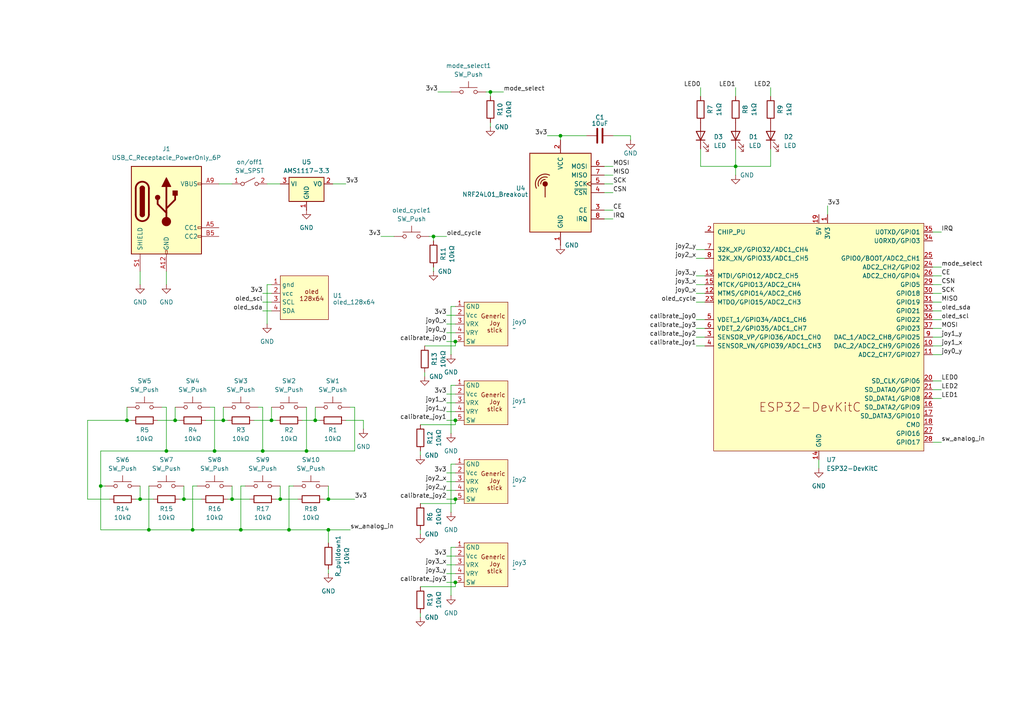
<source format=kicad_sch>
(kicad_sch (version 20231120) (generator "eeschema") (generator_version "8.0")
  (paper "A4")
  (lib_symbols
    (symbol "Connector:USB_C_Receptacle_PowerOnly_6P" (pin_names (offset 1.016))
      (property "Reference" "J" (at 0 16.51 0))
      (property "Value" "USB_C_Receptacle_PowerOnly_6P" (at 0 13.97 0))
      (symbol "USB_C_Receptacle_PowerOnly_6P_0_0"
        (rectangle (start -0.254 -12.7) (end 0.254 -11.684))
        (rectangle (start 10.16 -7.366) (end 9.144 -7.874))
        (rectangle (start 10.16 -4.826) (end 9.144 -5.334))
        (rectangle (start 10.16 7.874) (end 9.144 7.366))
      )
      (symbol "USB_C_Receptacle_PowerOnly_6P_0_1"
        (rectangle (start -10.16 12.7) (end 10.16 -12.7) (stroke (width 0.254)) (fill (type background)))
        (arc (start -8.89 -1.27) (mid -6.985 -3.1667) (end -5.08 -1.27) (stroke (width 0.508)))
        (arc (start -7.62 -1.27) (mid -6.985 -1.9023) (end -6.35 -1.27) (stroke (width 0.254)))
        (arc (start -7.62 -1.27) (mid -6.985 -1.9023) (end -6.35 -1.27) (stroke (width 0.254)) (fill (type outline)))
        (rectangle (start -7.62 -1.27) (end -6.35 6.35) (stroke (width 0.254)) (fill (type outline)))
        (arc (start -6.35 6.35) (mid -6.985 6.9823) (end -7.62 6.35) (stroke (width 0.254)))
        (arc (start -6.35 6.35) (mid -6.985 6.9823) (end -7.62 6.35) (stroke (width 0.254)) (fill (type outline)))
        (arc (start -5.08 6.35) (mid -6.985 8.2467) (end -8.89 6.35) (stroke (width 0.508)))
        (circle (center -2.54 3.683) (radius 0.635) (stroke (width 0.254)) (fill (type outline)))
        (circle (center 0 -3.302) (radius 1.27) (fill (type outline)))
        (polyline (pts (xy -8.89 -1.27) (xy -8.89 6.35)) (stroke (width 0.508)))
        (polyline (pts (xy -5.08 6.35) (xy -5.08 -1.27)) (stroke (width 0.508)))
        (polyline (pts (xy 0 -3.302) (xy 0 6.858)) (stroke (width 0.508)))
        (polyline (pts (xy 0 -0.762) (xy -2.54 1.778) (xy -2.54 3.048)) (stroke (width 0.508)))
        (polyline (pts (xy 0 0.508) (xy 2.54 3.048) (xy 2.54 4.318)) (stroke (width 0.508)))
        (polyline (pts (xy -1.27 6.858) (xy 0 9.398) (xy 1.27 6.858) (xy -1.27 6.858)) (stroke (width 0.254)) (fill (type outline)))
        (rectangle (start 1.905 4.318) (end 3.175 5.588) (stroke (width 0.254)) (fill (type outline)))
      )
      (symbol "USB_C_Receptacle_PowerOnly_6P_1_1"
        (pin passive line (at 0 -17.78 90) (length 5.08) (name "GND") (number "A12"))
        (pin bidirectional line (at 15.24 -5.08 180) (length 5.08) (name "CC1") (number "A5"))
        (pin passive line (at 15.24 7.62 180) (length 5.08) (name "VBUS") (number "A9"))
        (pin passive line (at 0 -17.78 90) (length 5.08) hide (name "GND") (number "B12"))
        (pin bidirectional line (at 15.24 -7.62 180) (length 5.08) (name "CC2") (number "B5"))
        (pin passive line (at 15.24 7.62 180) (length 5.08) hide (name "VBUS") (number "B9"))
        (pin passive line (at -7.62 -17.78 90) (length 5.08) (name "SHIELD") (number "S1"))
      )
    )
    (symbol "Device:C" (pin_numbers hide) (pin_names (offset 0.254))
      (property "Reference" "C" (at 0.635 2.54 0))
      (property "Value" "C" (at 0.635 -2.54 0))
      (symbol "C_0_1"
        (polyline (pts (xy -2.032 -0.762) (xy 2.032 -0.762)) (stroke (width 0.508)))
        (polyline (pts (xy -2.032 0.762) (xy 2.032 0.762)) (stroke (width 0.508)))
      )
      (symbol "C_1_1"
        (pin passive line (at 0 3.81 270) (length 2.794) (name "~") (number "1"))
        (pin passive line (at 0 -3.81 90) (length 2.794) (name "~") (number "2"))
      )
    )
    (symbol "Device:LED" (pin_numbers hide) (pin_names (offset 1.016) hide)
      (property "Reference" "D" (at 0 2.54 0))
      (property "Value" "LED" (at 0 -2.54 0))
      (symbol "LED_0_1"
        (polyline (pts (xy -1.27 -1.27) (xy -1.27 1.27)) (stroke (width 0.254)))
        (polyline (pts (xy -1.27 0) (xy 1.27 0)))
        (polyline (pts (xy 1.27 -1.27) (xy 1.27 1.27) (xy -1.27 0) (xy 1.27 -1.27)) (stroke (width 0.254)))
        (polyline (pts (xy -3.048 -0.762) (xy -4.572 -2.286) (xy -3.81 -2.286) (xy -4.572 -2.286) (xy -4.572 -1.524)))
        (polyline (pts (xy -1.778 -0.762) (xy -3.302 -2.286) (xy -2.54 -2.286) (xy -3.302 -2.286) (xy -3.302 -1.524)))
      )
      (symbol "LED_1_1"
        (pin passive line (at -3.81 0 0) (length 2.54) (name "K") (number "1"))
        (pin passive line (at 3.81 0 180) (length 2.54) (name "A") (number "2"))
      )
    )
    (symbol "Device:R" (pin_numbers hide) (pin_names (offset 0))
      (property "Reference" "R" (at 2.032 0 90))
      (property "Value" "R" (at 0 0 90))
      (symbol "R_0_1"
        (rectangle (start -1.016 -2.54) (end 1.016 2.54) (stroke (width 0.254)))
      )
      (symbol "R_1_1"
        (pin passive line (at 0 3.81 270) (length 1.27) (name "~") (number "1"))
        (pin passive line (at 0 -3.81 90) (length 1.27) (name "~") (number "2"))
      )
    )
    (symbol "PCM_Espressif:ESP32-DevKitC" (pin_names (offset 1.016))
      (property "Reference" "U" (at -30.48 38.1 0))
      (property "Value" "ESP32-DevKitC" (at -30.48 35.56 0))
      (symbol "ESP32-DevKitC_0_0"
        (text "ESP32-DevKitC" (at -2.54 -20.32 0) (effects (font (size 2.54 2.54))))
        (pin power_in line (at 0 -35.56 90) (length 2.54) (name "GND") (number "14"))
        (pin power_in line (at 0 35.56 270) (length 2.54) (name "5V") (number "19"))
      )
      (symbol "ESP32-DevKitC_0_1"
        (rectangle (start -30.48 33.02) (end 30.48 -33.02) (fill (type background)))
      )
      (symbol "ESP32-DevKitC_1_1"
        (pin power_in line (at 2.54 35.56 270) (length 2.54) (name "3V3") (number "1"))
        (pin bidirectional line (at 33.02 -2.54 180) (length 2.54) (name "DAC_2/ADC2_CH9/GPIO26") (number "10"))
        (pin bidirectional line (at 33.02 -5.08 180) (length 2.54) (name "ADC2_CH7/GPIO27") (number "11"))
        (pin bidirectional line (at -33.02 12.7 0) (length 2.54) (name "MTMS/GPIO14/ADC2_CH6") (number "12"))
        (pin bidirectional line (at -33.02 17.78 0) (length 2.54) (name "MTDI/GPIO12/ADC2_CH5") (number "13"))
        (pin bidirectional line (at -33.02 15.24 0) (length 2.54) (name "MTCK/GPIO13/ADC2_CH4") (number "15"))
        (pin bidirectional line (at 33.02 -20.32 180) (length 2.54) (name "SD_DATA2/GPIO9") (number "16"))
        (pin bidirectional line (at 33.02 -22.86 180) (length 2.54) (name "SD_DATA3/GPIO10") (number "17"))
        (pin bidirectional line (at 33.02 -25.4 180) (length 2.54) (name "CMD") (number "18"))
        (pin input line (at -33.02 30.48 0) (length 2.54) (name "CHIP_PU") (number "2"))
        (pin bidirectional line (at 33.02 -12.7 180) (length 2.54) (name "SD_CLK/GPIO6") (number "20"))
        (pin bidirectional line (at 33.02 -15.24 180) (length 2.54) (name "SD_DATA0/GPIO7") (number "21"))
        (pin bidirectional line (at 33.02 -17.78 180) (length 2.54) (name "SD_DATA1/GPIO8") (number "22"))
        (pin bidirectional line (at -33.02 10.16 0) (length 2.54) (name "MTDO/GPIO15/ADC2_CH3") (number "23"))
        (pin bidirectional line (at 33.02 20.32 180) (length 2.54) (name "ADC2_CH2/GPIO2") (number "24"))
        (pin bidirectional line (at 33.02 22.86 180) (length 2.54) (name "GPIO0/BOOT/ADC2_CH1") (number "25"))
        (pin bidirectional line (at 33.02 17.78 180) (length 2.54) (name "ADC2_CH0/GPIO4") (number "26"))
        (pin bidirectional line (at 33.02 -27.94 180) (length 2.54) (name "GPIO16") (number "27"))
        (pin bidirectional line (at 33.02 -30.48 180) (length 2.54) (name "GPIO17") (number "28"))
        (pin bidirectional line (at 33.02 15.24 180) (length 2.54) (name "GPIO5") (number "29"))
        (pin input line (at -33.02 0 0) (length 2.54) (name "SENSOR_VP/GPIO36/ADC1_CH0") (number "3"))
        (pin bidirectional line (at 33.02 12.7 180) (length 2.54) (name "GPIO18") (number "30"))
        (pin bidirectional line (at 33.02 10.16 180) (length 2.54) (name "GPIO19") (number "31"))
        (pin passive line (at 0 -35.56 90) (length 2.54) hide (name "GND") (number "32"))
        (pin bidirectional line (at 33.02 7.62 180) (length 2.54) (name "GPIO21") (number "33"))
        (pin bidirectional line (at 33.02 27.94 180) (length 2.54) (name "U0RXD/GPIO3") (number "34"))
        (pin bidirectional line (at 33.02 30.48 180) (length 2.54) (name "U0TXD/GPIO1") (number "35"))
        (pin bidirectional line (at 33.02 5.08 180) (length 2.54) (name "GPIO22") (number "36"))
        (pin bidirectional line (at 33.02 2.54 180) (length 2.54) (name "GPIO23") (number "37"))
        (pin passive line (at 0 -35.56 90) (length 2.54) hide (name "GND") (number "38"))
        (pin input line (at -33.02 -2.54 0) (length 2.54) (name "SENSOR_VN/GPIO39/ADC1_CH3") (number "4"))
        (pin input line (at -33.02 5.08 0) (length 2.54) (name "VDET_1/GPIO34/ADC1_CH6") (number "5"))
        (pin input line (at -33.02 2.54 0) (length 2.54) (name "VDET_2/GPIO35/ADC1_CH7") (number "6"))
        (pin bidirectional line (at -33.02 25.4 0) (length 2.54) (name "32K_XP/GPIO32/ADC1_CH4") (number "7"))
        (pin bidirectional line (at -33.02 22.86 0) (length 2.54) (name "32K_XN/GPIO33/ADC1_CH5") (number "8"))
        (pin bidirectional line (at 33.02 0 180) (length 2.54) (name "DAC_1/ADC2_CH8/GPIO25") (number "9"))
      )
    )
    (symbol "RF:NRF24L01_Breakout" (pin_names (offset 1.016))
      (property "Reference" "U" (at -8.89 12.7 0))
      (property "Value" "NRF24L01_Breakout" (at 3.81 12.7 0))
      (symbol "NRF24L01_Breakout_0_1"
        (rectangle (start -8.89 11.43) (end 8.89 -11.43) (stroke (width 0.254)) (fill (type background)))
        (polyline (pts (xy 4.445 1.905) (xy 4.445 -1.27)) (stroke (width 0.254)))
        (circle (center 4.445 2.54) (radius 0.635) (stroke (width 0.254)) (fill (type outline)))
        (arc (start 5.715 2.54) (mid 5.3521 3.4546) (end 4.445 3.81) (stroke (width 0.254)))
        (arc (start 6.35 1.905) (mid 5.8763 3.9854) (end 3.81 4.445) (stroke (width 0.254)))
        (arc (start 6.985 1.27) (mid 6.453 4.548) (end 3.175 5.08) (stroke (width 0.254)))
      )
      (symbol "NRF24L01_Breakout_1_1"
        (pin power_in line (at 0 -15.24 90) (length 3.81) (name "GND") (number "1"))
        (pin power_in line (at 0 15.24 270) (length 3.81) (name "VCC") (number "2"))
        (pin input line (at -12.7 -5.08 0) (length 3.81) (name "CE") (number "3"))
        (pin input line (at -12.7 0 0) (length 3.81) (name "~{CSN}") (number "4"))
        (pin input clock (at -12.7 2.54 0) (length 3.81) (name "SCK") (number "5"))
        (pin input line (at -12.7 7.62 0) (length 3.81) (name "MOSI") (number "6"))
        (pin output line (at -12.7 5.08 0) (length 3.81) (name "MISO") (number "7"))
        (pin output line (at -12.7 -7.62 0) (length 3.81) (name "IRQ") (number "8"))
      )
    )
    (symbol "Regulator_Linear:AMS1117-3.3"
      (property "Reference" "U" (at -3.81 3.175 0))
      (property "Value" "AMS1117-3.3" (at 0 3.175 0))
      (symbol "AMS1117-3.3_0_1"
        (rectangle (start -5.08 -5.08) (end 5.08 1.905) (stroke (width 0.254)) (fill (type background)))
      )
      (symbol "AMS1117-3.3_1_1"
        (pin power_in line (at 0 -7.62 90) (length 2.54) (name "GND") (number "1"))
        (pin power_out line (at 7.62 0 180) (length 2.54) (name "VO") (number "2"))
        (pin power_in line (at -7.62 0 0) (length 2.54) (name "VI") (number "3"))
      )
    )
    (symbol "Switch:SW_Push" (pin_numbers hide) (pin_names (offset 1.016) hide)
      (property "Reference" "SW" (at 1.27 2.54 0))
      (property "Value" "SW_Push" (at 0 -1.524 0))
      (symbol "SW_Push_0_1"
        (circle (center -2.032 0) (radius 0.508))
        (polyline (pts (xy 0 1.27) (xy 0 3.048)))
        (polyline (pts (xy 2.54 1.27) (xy -2.54 1.27)))
        (circle (center 2.032 0) (radius 0.508))
        (pin passive line (at -5.08 0 0) (length 2.54) (name "1") (number "1"))
        (pin passive line (at 5.08 0 180) (length 2.54) (name "2") (number "2"))
      )
    )
    (symbol "Switch:SW_SPST" (pin_names (offset 0) hide)
      (property "Reference" "SW" (at 0 3.175 0))
      (property "Value" "SW_SPST" (at 0 -2.54 0))
      (symbol "SW_SPST_0_0"
        (circle (center -2.032 0) (radius 0.508))
        (polyline (pts (xy -1.524 0.254) (xy 1.524 1.778)))
        (circle (center 2.032 0) (radius 0.508))
      )
      (symbol "SW_SPST_1_1"
        (pin passive line (at -5.08 0 0) (length 2.54) (name "A") (number "1"))
        (pin passive line (at 5.08 0 180) (length 2.54) (name "B") (number "2"))
      )
    )
    (symbol "custom_lib:Generic_Joystick"
      (property "Reference" "U" (at 0 0 0))
      (symbol "Generic_Joystick_1_1"
        (rectangle (start 2.54 6.35) (end 15.24 -6.35) (fill (type background)))
        (text "Generic \nJoy\nstick\n" (at 11.43 0.254 0) (effects (font (size 1.27 1.27))))
        (pin power_in line (at 0 5.08 0) (length 2.54) (name "GND") (number "1"))
        (pin power_in line (at 0 2.54 0) (length 2.54) (name "Vcc") (number "2"))
        (pin bidirectional line (at 0 0 0) (length 2.54) (name "VRX") (number "3"))
        (pin bidirectional line (at 0 -2.54 0) (length 2.54) (name "VRY") (number "4"))
        (pin bidirectional line (at 0 -5.08 0) (length 2.54) (name "SW") (number "5"))
      )
    )
    (symbol "custom_lib:oled_display_128x64"
      (property "Reference" "U" (at 0 0 0))
      (symbol "oled_display_128x64_1_1"
        (rectangle (start 2.54 6.35) (end 16.51 -6.35) (fill (type background)))
        (text "oled\n128x64\n" (at 11.684 0.762 0) (effects (font (size 1.27 1.27))))
        (pin power_in line (at 0 3.81 0) (length 2.54) (name "gnd") (number "1"))
        (pin power_in line (at 0 1.27 0) (length 2.54) (name "vcc") (number "2"))
        (pin bidirectional line (at 0 -1.27 0) (length 2.54) (name "SCL") (number "3"))
        (pin bidirectional line (at 0 -3.81 0) (length 2.54) (name "SDA") (number "4"))
      )
    )
    (symbol "power:GND" (power) (pin_numbers hide) (pin_names (offset 0) hide)
      (property "Value" "GND" (at 0 -3.81 0))
      (symbol "GND_0_1"
        (polyline (pts (xy 0 0) (xy 0 -1.27) (xy 1.27 -1.27) (xy 0 -2.54) (xy -1.27 -1.27) (xy 0 -1.27)))
      )
      (symbol "GND_1_1"
        (pin power_in line (at 0 0 270) (length 0) (name "~") (number "1"))
      )
    )
  )
  (junction (at 132.08 99.06))
  (junction (at 95.25 153.67))
  (junction (at 78.74 121.92))
  (junction (at 132.08 168.91))
  (junction (at 40.64 144.78))
  (junction (at 83.82 153.67))
  (junction (at 95.25 144.78))
  (junction (at 91.44 121.92))
  (junction (at 213.36 48.26))
  (junction (at 132.08 121.92))
  (junction (at 50.8 121.92))
  (junction (at 69.85 153.67))
  (junction (at 76.2 130.81))
  (junction (at 48.26 130.81))
  (junction (at 67.31 144.78))
  (junction (at 81.28 144.78))
  (junction (at 29.21 140.97))
  (junction (at 132.08 144.78))
  (junction (at 88.9 130.81))
  (junction (at 53.34 144.78))
  (junction (at 125.73 68.58))
  (junction (at 64.77 121.92))
  (junction (at 142.24 26.67))
  (junction (at 43.18 153.67))
  (junction (at 62.23 130.81))
  (junction (at 162.56 39.37))
  (junction (at 55.88 153.67))
  (junction (at 36.83 121.92))
  (wire (pts (xy 130.81 134.62) (xy 130.81 148.59)))
  (wire (pts (xy 80.01 144.78) (xy 81.28 144.78)))
  (wire (pts (xy 102.87 118.11) (xy 101.6 118.11)))
  (wire (pts (xy 273.05 92.71) (xy 270.51 92.71)))
  (wire (pts (xy 55.88 140.97) (xy 55.88 153.67)))
  (wire (pts (xy 93.98 144.78) (xy 95.25 144.78)))
  (wire (pts (xy 125.73 69.85) (xy 125.73 68.58)))
  (wire (pts (xy 121.92 170.18) (xy 132.08 170.18)))
  (wire (pts (xy 223.52 43.18) (xy 223.52 48.26)))
  (wire (pts (xy 270.51 115.57) (xy 273.05 115.57)))
  (wire (pts (xy 162.56 39.37) (xy 162.56 40.64)))
  (wire (pts (xy 142.24 27.94) (xy 142.24 26.67)))
  (wire (pts (xy 240.03 59.69) (xy 240.03 62.23)))
  (wire (pts (xy 201.93 74.93) (xy 204.47 74.93)))
  (wire (pts (xy 67.31 144.78) (xy 72.39 144.78)))
  (wire (pts (xy 121.92 146.05) (xy 132.08 146.05)))
  (wire (pts (xy 29.21 130.81) (xy 29.21 140.97)))
  (wire (pts (xy 78.74 121.92) (xy 78.74 118.11)))
  (wire (pts (xy 43.18 140.97) (xy 43.18 153.67)))
  (wire (pts (xy 52.07 144.78) (xy 53.34 144.78)))
  (wire (pts (xy 48.26 78.74) (xy 48.26 82.55)))
  (wire (pts (xy 102.87 130.81) (xy 88.9 130.81)))
  (wire (pts (xy 201.93 82.55) (xy 204.47 82.55)))
  (wire (pts (xy 213.36 50.8) (xy 213.36 48.26)))
  (wire (pts (xy 175.26 55.88) (xy 177.8 55.88)))
  (wire (pts (xy 48.26 130.81) (xy 29.21 130.81)))
  (wire (pts (xy 129.54 137.16) (xy 132.08 137.16)))
  (wire (pts (xy 273.05 95.25) (xy 270.51 95.25)))
  (wire (pts (xy 43.18 153.67) (xy 55.88 153.67)))
  (wire (pts (xy 177.8 63.5) (xy 175.26 63.5)))
  (wire (pts (xy 57.15 140.97) (xy 55.88 140.97)))
  (wire (pts (xy 29.21 140.97) (xy 29.21 153.67)))
  (wire (pts (xy 132.08 111.76) (xy 130.81 111.76)))
  (wire (pts (xy 132.08 88.9) (xy 130.81 88.9)))
  (wire (pts (xy 102.87 118.11) (xy 102.87 130.81)))
  (wire (pts (xy 213.36 48.26) (xy 223.52 48.26)))
  (wire (pts (xy 201.93 100.33) (xy 204.47 100.33)))
  (wire (pts (xy 142.24 26.67) (xy 140.97 26.67)))
  (wire (pts (xy 127 26.67) (xy 130.81 26.67)))
  (wire (pts (xy 158.75 39.37) (xy 162.56 39.37)))
  (wire (pts (xy 203.2 43.18) (xy 203.2 48.26)))
  (wire (pts (xy 36.83 121.92) (xy 36.83 118.11)))
  (wire (pts (xy 67.31 144.78) (xy 67.31 140.97)))
  (wire (pts (xy 123.19 100.33) (xy 132.08 100.33)))
  (wire (pts (xy 125.73 68.58) (xy 124.46 68.58)))
  (wire (pts (xy 129.54 96.52) (xy 132.08 96.52)))
  (wire (pts (xy 129.54 99.06) (xy 132.08 99.06)))
  (wire (pts (xy 273.05 102.87) (xy 270.51 102.87)))
  (wire (pts (xy 132.08 100.33) (xy 132.08 99.06)))
  (wire (pts (xy 64.77 121.92) (xy 59.69 121.92)))
  (wire (pts (xy 182.88 40.64) (xy 182.88 39.37)))
  (wire (pts (xy 92.71 121.92) (xy 91.44 121.92)))
  (wire (pts (xy 95.25 166.37) (xy 95.25 165.1)))
  (wire (pts (xy 237.49 135.89) (xy 237.49 133.35)))
  (wire (pts (xy 129.54 142.24) (xy 132.08 142.24)))
  (wire (pts (xy 273.05 100.33) (xy 270.51 100.33)))
  (wire (pts (xy 201.93 97.79) (xy 204.47 97.79)))
  (wire (pts (xy 223.52 27.94) (xy 223.52 25.4)))
  (wire (pts (xy 270.51 113.03) (xy 273.05 113.03)))
  (wire (pts (xy 213.36 43.18) (xy 213.36 48.26)))
  (wire (pts (xy 121.92 179.07) (xy 121.92 177.8)))
  (wire (pts (xy 125.73 78.74) (xy 125.73 77.47)))
  (wire (pts (xy 129.54 114.3) (xy 132.08 114.3)))
  (wire (pts (xy 129.54 116.84) (xy 132.08 116.84)))
  (wire (pts (xy 270.51 82.55) (xy 273.05 82.55)))
  (wire (pts (xy 91.44 121.92) (xy 87.63 121.92)))
  (wire (pts (xy 270.51 110.49) (xy 273.05 110.49)))
  (wire (pts (xy 175.26 60.96) (xy 177.8 60.96)))
  (wire (pts (xy 64.77 121.92) (xy 64.77 118.11)))
  (wire (pts (xy 142.24 36.83) (xy 142.24 35.56)))
  (wire (pts (xy 29.21 140.97) (xy 30.48 140.97)))
  (wire (pts (xy 175.26 50.8) (xy 177.8 50.8)))
  (wire (pts (xy 83.82 140.97) (xy 83.82 153.67)))
  (wire (pts (xy 76.2 118.11) (xy 76.2 130.81)))
  (wire (pts (xy 76.2 85.09) (xy 78.74 85.09)))
  (wire (pts (xy 182.88 39.37) (xy 177.8 39.37)))
  (wire (pts (xy 105.41 121.92) (xy 100.33 121.92)))
  (wire (pts (xy 177.8 48.26) (xy 175.26 48.26)))
  (wire (pts (xy 270.51 87.63) (xy 273.05 87.63)))
  (wire (pts (xy 29.21 153.67) (xy 43.18 153.67)))
  (wire (pts (xy 129.54 93.98) (xy 132.08 93.98)))
  (wire (pts (xy 83.82 153.67) (xy 95.25 153.67)))
  (wire (pts (xy 62.23 130.81) (xy 48.26 130.81)))
  (wire (pts (xy 125.73 68.58) (xy 129.54 68.58)))
  (wire (pts (xy 273.05 90.17) (xy 270.51 90.17)))
  (wire (pts (xy 162.56 39.37) (xy 170.18 39.37)))
  (wire (pts (xy 62.23 118.11) (xy 62.23 130.81)))
  (wire (pts (xy 129.54 166.37) (xy 132.08 166.37)))
  (wire (pts (xy 69.85 140.97) (xy 69.85 153.67)))
  (wire (pts (xy 71.12 140.97) (xy 69.85 140.97)))
  (wire (pts (xy 76.2 130.81) (xy 62.23 130.81)))
  (wire (pts (xy 132.08 146.05) (xy 132.08 144.78)))
  (wire (pts (xy 132.08 123.19) (xy 132.08 121.92)))
  (wire (pts (xy 270.51 80.01) (xy 273.05 80.01)))
  (wire (pts (xy 203.2 27.94) (xy 203.2 25.4)))
  (wire (pts (xy 130.81 88.9) (xy 130.81 102.87)))
  (wire (pts (xy 25.4 144.78) (xy 31.75 144.78)))
  (wire (pts (xy 91.44 121.92) (xy 91.44 118.11)))
  (wire (pts (xy 95.25 144.78) (xy 95.25 140.97)))
  (wire (pts (xy 132.08 170.18) (xy 132.08 168.91)))
  (wire (pts (xy 129.54 144.78) (xy 132.08 144.78)))
  (wire (pts (xy 63.5 53.34) (xy 67.31 53.34)))
  (wire (pts (xy 78.74 121.92) (xy 73.66 121.92)))
  (wire (pts (xy 201.93 72.39) (xy 204.47 72.39)))
  (wire (pts (xy 40.64 82.55) (xy 40.64 78.74)))
  (wire (pts (xy 77.47 93.98) (xy 77.47 82.55)))
  (wire (pts (xy 273.05 97.79) (xy 270.51 97.79)))
  (wire (pts (xy 40.64 144.78) (xy 40.64 140.97)))
  (wire (pts (xy 38.1 121.92) (xy 36.83 121.92)))
  (wire (pts (xy 121.92 154.94) (xy 121.92 153.67)))
  (wire (pts (xy 66.04 144.78) (xy 67.31 144.78)))
  (wire (pts (xy 201.93 80.01) (xy 204.47 80.01)))
  (wire (pts (xy 129.54 121.92) (xy 132.08 121.92)))
  (wire (pts (xy 76.2 87.63) (xy 78.74 87.63)))
  (wire (pts (xy 80.01 121.92) (xy 78.74 121.92)))
  (wire (pts (xy 81.28 144.78) (xy 81.28 140.97)))
  (wire (pts (xy 201.93 87.63) (xy 204.47 87.63)))
  (wire (pts (xy 52.07 121.92) (xy 50.8 121.92)))
  (wire (pts (xy 130.81 158.75) (xy 132.08 158.75)))
  (wire (pts (xy 273.05 77.47) (xy 270.51 77.47)))
  (wire (pts (xy 95.25 144.78) (xy 102.87 144.78)))
  (wire (pts (xy 81.28 144.78) (xy 86.36 144.78)))
  (wire (pts (xy 74.93 118.11) (xy 76.2 118.11)))
  (wire (pts (xy 123.19 109.22) (xy 123.19 107.95)))
  (wire (pts (xy 69.85 153.67) (xy 83.82 153.67)))
  (wire (pts (xy 213.36 27.94) (xy 213.36 25.4)))
  (wire (pts (xy 55.88 153.67) (xy 69.85 153.67)))
  (wire (pts (xy 132.08 134.62) (xy 130.81 134.62)))
  (wire (pts (xy 50.8 121.92) (xy 50.8 118.11)))
  (wire (pts (xy 46.99 118.11) (xy 48.26 118.11)))
  (wire (pts (xy 77.47 82.55) (xy 78.74 82.55)))
  (wire (pts (xy 270.51 85.09) (xy 273.05 85.09)))
  (wire (pts (xy 129.54 139.7) (xy 132.08 139.7)))
  (wire (pts (xy 36.83 121.92) (xy 25.4 121.92)))
  (wire (pts (xy 201.93 85.09) (xy 204.47 85.09)))
  (wire (pts (xy 95.25 153.67) (xy 101.6 153.67)))
  (wire (pts (xy 53.34 144.78) (xy 58.42 144.78)))
  (wire (pts (xy 39.37 144.78) (xy 40.64 144.78)))
  (wire (pts (xy 88.9 118.11) (xy 88.9 130.81)))
  (wire (pts (xy 273.05 67.31) (xy 270.51 67.31)))
  (wire (pts (xy 201.93 92.71) (xy 204.47 92.71)))
  (wire (pts (xy 100.33 53.34) (xy 96.52 53.34)))
  (wire (pts (xy 88.9 130.81) (xy 76.2 130.81)))
  (wire (pts (xy 95.25 153.67) (xy 95.25 157.48)))
  (wire (pts (xy 129.54 168.91) (xy 132.08 168.91)))
  (wire (pts (xy 129.54 161.29) (xy 132.08 161.29)))
  (wire (pts (xy 201.93 95.25) (xy 204.47 95.25)))
  (wire (pts (xy 121.92 123.19) (xy 132.08 123.19)))
  (wire (pts (xy 121.92 132.08) (xy 121.92 130.81)))
  (wire (pts (xy 48.26 118.11) (xy 48.26 130.81)))
  (wire (pts (xy 129.54 119.38) (xy 132.08 119.38)))
  (wire (pts (xy 110.49 68.58) (xy 114.3 68.58)))
  (wire (pts (xy 76.2 90.17) (xy 78.74 90.17)))
  (wire (pts (xy 203.2 48.26) (xy 213.36 48.26)))
  (wire (pts (xy 142.24 26.67) (xy 146.05 26.67)))
  (wire (pts (xy 50.8 121.92) (xy 45.72 121.92)))
  (wire (pts (xy 105.41 121.92) (xy 105.41 124.46)))
  (wire (pts (xy 129.54 163.83) (xy 132.08 163.83)))
  (wire (pts (xy 270.51 128.27) (xy 273.05 128.27)))
  (wire (pts (xy 53.34 144.78) (xy 53.34 140.97)))
  (wire (pts (xy 129.54 91.44) (xy 132.08 91.44)))
  (wire (pts (xy 66.04 121.92) (xy 64.77 121.92)))
  (wire (pts (xy 77.47 53.34) (xy 81.28 53.34)))
  (wire (pts (xy 60.96 118.11) (xy 62.23 118.11)))
  (wire (pts (xy 85.09 140.97) (xy 83.82 140.97)))
  (wire (pts (xy 25.4 121.92) (xy 25.4 144.78)))
  (wire (pts (xy 130.81 158.75) (xy 130.81 172.72)))
  (wire (pts (xy 40.64 144.78) (xy 44.45 144.78)))
  (wire (pts (xy 130.81 111.76) (xy 130.81 125.73)))
  (wire (pts (xy 175.26 53.34) (xy 177.8 53.34)))
  (label "IRQ" (at 273.05 67.31 0))
  (label "sw_analog_in" (at 101.6 153.67 0))
  (label "LED0" (at 203.2 25.4 180))
  (label "calibrate_joy0" (at 129.54 99.06 180))
  (label "mode_select" (at 146.05 26.67 0))
  (label "LED1" (at 273.05 115.57 0))
  (label "MISO" (at 273.05 87.63 0))
  (label "joy0_x" (at 201.93 85.09 180))
  (label "LED2" (at 273.05 113.03 0))
  (label "3v3" (at 240.03 59.69 0))
  (label "joy2_x" (at 129.54 139.7 180))
  (label "joy1_x" (at 129.54 116.84 180))
  (label "joy3_x" (at 129.54 163.83 180))
  (label "3v3" (at 76.2 85.09 180))
  (label "joy3_y" (at 201.93 80.01 180))
  (label "3v3" (at 127 26.67 180))
  (label "oled_cycle" (at 201.93 87.63 180))
  (label "sw_analog_in" (at 273.05 128.27 0))
  (label "3v3" (at 129.54 114.3 180))
  (label "joy1_x" (at 273.05 100.33 0))
  (label "joy2_y" (at 129.54 142.24 180))
  (label "LED2" (at 223.52 25.4 180))
  (label "MOSI" (at 177.8 48.26 0))
  (label "joy2_x" (at 201.93 74.93 180))
  (label "3v3" (at 129.54 91.44 180))
  (label "CE" (at 177.8 60.96 0))
  (label "mode_select" (at 273.05 77.47 0))
  (label "calibrate_joy1" (at 201.93 100.33 180))
  (label "oled_cycle" (at 129.54 68.58 0))
  (label "joy1_y" (at 129.54 119.38 180))
  (label "joy1_y" (at 273.05 97.79 0))
  (label "MISO" (at 177.8 50.8 0))
  (label "SCK" (at 273.05 85.09 0))
  (label "3v3" (at 129.54 161.29 180))
  (label "SCK" (at 177.8 53.34 0))
  (label "calibrate_joy2" (at 129.54 144.78 180))
  (label "CSN" (at 273.05 82.55 0))
  (label "3v3" (at 102.87 144.78 0))
  (label "joy0_y" (at 273.05 102.87 0))
  (label "calibrate_joy3" (at 129.54 168.91 180))
  (label "IRQ" (at 177.8 63.5 0))
  (label "LED0" (at 273.05 110.49 0))
  (label "joy3_x" (at 201.93 82.55 180))
  (label "oled_sda" (at 273.05 90.17 0))
  (label "CSN" (at 177.8 55.88 0))
  (label "joy3_y" (at 129.54 166.37 180))
  (label "oled_scl" (at 76.2 87.63 180))
  (label "joy0_y" (at 129.54 96.52 180))
  (label "joy2_y" (at 201.93 72.39 180))
  (label "3v3" (at 100.33 53.34 0))
  (label "calibrate_joy3" (at 201.93 95.25 180))
  (label "calibrate_joy2" (at 201.93 97.79 180))
  (label "oled_sda" (at 76.2 90.17 180))
  (label "calibrate_joy0" (at 201.93 92.71 180))
  (label "3v3" (at 110.49 68.58 180))
  (label "3v3" (at 158.75 39.37 180))
  (label "oled_scl" (at 273.05 92.71 0))
  (label "CE" (at 273.05 80.01 0))
  (label "3v3" (at 129.54 137.16 180))
  (label "MOSI" (at 273.05 95.25 0))
  (label "calibrate_joy1" (at 129.54 121.92 180))
  (label "joy0_x" (at 129.54 93.98 180))
  (label "LED1" (at 213.36 25.4 180))
  (symbol (lib_id "Device:R") (at 142.24 31.75 0) (unit 1)
    (property "Reference" "R10" (at 145.034 31.75 90))
    (property "Value" "10kΩ" (at 147.574 31.75 90))
    (property "Footprint" "Resistor_SMD:R_0805_2012Metric" (effects (hide yes)))
    (property "Description" "Resistor" (effects (hide yes)))
  )
  (symbol (lib_id "Device:R") (at 96.52 121.92 90) (mirror x) (unit 1)
    (property "Reference" "R1" (at 96.52 124.714 90))
    (property "Value" "10kΩ" (at 96.52 127.254 90))
    (property "Footprint" "Resistor_SMD:R_0805_2012Metric" (effects (hide yes)))
    (property "Description" "Resistor" (effects (hide yes)))
  )
  (symbol (lib_id "power:GND") (at 40.64 82.55 0) (unit 1)
    (property "Reference" "#PWR013" (effects (hide yes)))
    (property "Value" "GND" (at 40.64 87.63 0))
    (property "Description" "Power symbol creates a global label with name \"GND\" , ground" (effects (hide yes)))
  )
  (symbol (lib_id "power:GND") (at 213.36 50.8 0) (unit 1)
    (property "Reference" "#PWR012" (effects (hide yes)))
    (property "Value" "GND" (at 216.662 50.8 0))
    (property "Description" "Power symbol creates a global label with name \"GND\" , ground" (effects (hide yes)))
  )
  (symbol (lib_id "custom_lib:Generic_Joystick") (at 132.08 139.7 0) (unit 1)
    (property "Reference" "joy2" (at 148.59 139.0649 0) (effects (justify left)))
    (property "Value" "~" (at 148.59 140.97 0) (effects (justify left)))
    (property "Footprint" "custom_controller:generic_joystick_footprint" (effects (hide yes)))
  )
  (symbol (lib_id "power:GND") (at 130.81 102.87 0) (unit 1)
    (property "Reference" "#PWR011" (effects (hide yes)))
    (property "Value" "GND" (at 130.81 107.95 0))
    (property "Description" "Power symbol creates a global label with name \"GND\" , ground" (effects (hide yes)))
  )
  (symbol (lib_id "Device:C") (at 173.99 39.37 90) (unit 1)
    (property "Reference" "C1" (at 173.99 34.036 90))
    (property "Value" "10uF" (at 173.99 35.814 90))
    (property "Footprint" "Capacitor_SMD:C_0805_2012Metric" (effects (hide yes)))
    (property "Description" "Unpolarized capacitor, https://robu.in/product/16081106m080ab-smd-multilayer-ceramic-capacitor-10-%c2%b5f-16-v-0603-1608-metric-%c2%b1-20-x5r-c-pack-of-1/" (effects (hide yes)))
  )
  (symbol (lib_id "Device:R") (at 62.23 144.78 270) (unit 1)
    (property "Reference" "R16" (at 62.23 147.574 90))
    (property "Value" "10kΩ" (at 62.23 150.114 90))
    (property "Footprint" "Resistor_SMD:R_0805_2012Metric" (effects (hide yes)))
    (property "Description" "Resistor" (effects (hide yes)))
  )
  (symbol (lib_id "PCM_Espressif:ESP32-DevKitC") (at 237.49 97.79 0) (unit 1)
    (property "Reference" "U7" (at 239.6841 133.35 0) (effects (justify left)))
    (property "Value" "ESP32-DevKitC" (at 239.6841 135.89 0) (effects (justify left)))
    (property "Footprint" "PCM_Espressif:ESP32-DevKitC" (effects (hide yes)))
    (property "Datasheet" "https://docs.espressif.com/projects/esp-idf/zh_CN/latest/esp32/hw-reference/esp32/get-started-devkitc.html" (effects (hide yes)))
    (property "Description" "Development Kit" (effects (hide yes)))
  )
  (symbol (lib_id "power:GND") (at 142.24 36.83 0) (unit 1)
    (property "Reference" "#PWR08" (effects (hide yes)))
    (property "Value" "GND" (at 145.542 36.83 0))
    (property "Description" "Power symbol creates a global label with name \"GND\" , ground" (effects (hide yes)))
  )
  (symbol (lib_id "Device:R") (at 121.92 127 0) (unit 1)
    (property "Reference" "R12" (at 124.714 127 90))
    (property "Value" "10kΩ" (at 127.254 127 90))
    (property "Footprint" "Resistor_SMD:R_0805_2012Metric" (effects (hide yes)))
    (property "Description" "Resistor" (effects (hide yes)))
  )
  (symbol (lib_id "Switch:SW_SPST") (at 72.39 53.34 0) (unit 1)
    (property "Reference" "on/off1" (at 72.39 46.99 0))
    (property "Value" "SW_SPST" (at 72.39 49.53 0))
    (property "Footprint" "Connector_PinSocket_2.54mm:PinSocket_2x01_P2.54mm_Vertical" (effects (hide yes)))
    (property "Description" "Single Pole Single Throw (SPST) switch" (effects (hide yes)))
  )
  (symbol (lib_id "Regulator_Linear:AMS1117-3.3") (at 88.9 53.34 0) (unit 1)
    (property "Reference" "U5" (at 88.9 46.99 0))
    (property "Value" "AMS1117-3.3" (at 88.9 49.53 0))
    (property "Footprint" "Package_TO_SOT_SMD:SOT-223-3_TabPin2" (effects (hide yes)))
    (property "Datasheet" "http://www.advanced-monolithic.com/pdf/ds1117.pdf" (effects (hide yes)))
    (property "Description" "1A Low Dropout regulator, positive, 3.3V fixed output, SOT-223" (effects (hide yes)))
  )
  (symbol (lib_id "Device:LED") (at 213.36 39.37 90) (unit 1)
    (property "Reference" "D1" (at 217.17 39.6874 90) (effects (justify right)))
    (property "Value" "LED" (at 217.17 42.2274 90) (effects (justify right)))
    (property "Footprint" "LED_THT:LED_D3.0mm" (effects (hide yes)))
    (property "Description" "Light emitting diode" (effects (hide yes)))
  )
  (symbol (lib_id "Device:R") (at 90.17 144.78 270) (unit 1)
    (property "Reference" "R18" (at 90.17 147.574 90))
    (property "Value" "10kΩ" (at 90.17 150.114 90))
    (property "Footprint" "Resistor_SMD:R_0805_2012Metric" (effects (hide yes)))
    (property "Description" "Resistor" (effects (hide yes)))
  )
  (symbol (lib_id "custom_lib:oled_display_128x64") (at 78.74 86.36 0) (unit 1)
    (property "Reference" "U1" (at 96.52 85.7249 0) (effects (justify left)))
    (property "Value" "oled_128x64" (at 96.52 87.63 0) (effects (justify left)))
    (property "Footprint" "custom_controller:oled_128x64" (effects (hide yes)))
    (property "Description" "https://robu.in/product/rs16-1-8-15vp-d-1-pole-8-position-plastic-rotary-switch15mm-d-shaft/" (effects (hide yes)))
  )
  (symbol (lib_id "power:GND") (at 121.92 154.94 0) (unit 1)
    (property "Reference" "#PWR017" (effects (hide yes)))
    (property "Value" "GND" (at 125.222 154.94 0))
    (property "Description" "Power symbol creates a global label with name \"GND\" , ground" (effects (hide yes)))
  )
  (symbol (lib_id "Switch:SW_Push") (at 83.82 118.11 0) (mirror y) (unit 1)
    (property "Reference" "SW2" (at 83.82 110.49 0))
    (property "Value" "SW_Push" (at 83.82 113.03 0))
    (property "Footprint" "Connector_PinSocket_2.54mm:PinSocket_2x01_P2.54mm_Vertical" (effects (hide yes)))
    (property "Description" "Push button switch, generic, two pins" (effects (hide yes)))
  )
  (symbol (lib_id "Device:R") (at 41.91 121.92 90) (mirror x) (unit 1)
    (property "Reference" "R5" (at 41.91 124.714 90))
    (property "Value" "10kΩ" (at 41.91 127.254 90))
    (property "Footprint" "Resistor_SMD:R_0805_2012Metric" (effects (hide yes)))
    (property "Description" "Resistor" (effects (hide yes)))
  )
  (symbol (lib_id "Switch:SW_Push") (at 48.26 140.97 0) (unit 1)
    (property "Reference" "SW7" (at 48.26 133.35 0))
    (property "Value" "SW_Push" (at 48.26 135.89 0))
    (property "Footprint" "Connector_PinSocket_2.54mm:PinSocket_2x01_P2.54mm_Vertical" (effects (hide yes)))
    (property "Description" "Push button switch, generic, two pins" (effects (hide yes)))
  )
  (symbol (lib_id "Device:LED") (at 223.52 39.37 90) (unit 1)
    (property "Reference" "D2" (at 227.33 39.6874 90) (effects (justify right)))
    (property "Value" "LED" (at 227.33 42.2274 90) (effects (justify right)))
    (property "Footprint" "LED_THT:LED_D3.0mm" (effects (hide yes)))
    (property "Description" "Light emitting diode" (effects (hide yes)))
  )
  (symbol (lib_id "power:GND") (at 125.73 78.74 0) (unit 1)
    (property "Reference" "#PWR05" (effects (hide yes)))
    (property "Value" "GND" (at 129.032 78.74 0))
    (property "Description" "Power symbol creates a global label with name \"GND\" , ground" (effects (hide yes)))
  )
  (symbol (lib_id "Device:R") (at 123.19 104.14 0) (unit 1)
    (property "Reference" "R13" (at 125.984 104.14 90))
    (property "Value" "10kΩ" (at 128.524 104.14 90))
    (property "Footprint" "Resistor_SMD:R_0805_2012Metric" (effects (hide yes)))
    (property "Description" "Resistor" (effects (hide yes)))
  )
  (symbol (lib_id "Switch:SW_Push") (at 90.17 140.97 0) (unit 1)
    (property "Reference" "SW10" (at 90.17 133.35 0))
    (property "Value" "SW_Push" (at 90.17 135.89 0))
    (property "Footprint" "Connector_PinSocket_2.54mm:PinSocket_2x01_P2.54mm_Vertical" (effects (hide yes)))
    (property "Description" "Push button switch, generic, two pins" (effects (hide yes)))
  )
  (symbol (lib_id "Switch:SW_Push") (at 96.52 118.11 0) (mirror y) (unit 1)
    (property "Reference" "SW1" (at 96.52 110.49 0))
    (property "Value" "SW_Push" (at 96.52 113.03 0))
    (property "Footprint" "Connector_PinSocket_2.54mm:PinSocket_2x01_P2.54mm_Vertical" (effects (hide yes)))
    (property "Description" "Push button switch, generic, two pins" (effects (hide yes)))
  )
  (symbol (lib_id "power:GND") (at 130.81 125.73 0) (unit 1)
    (property "Reference" "#PWR04" (effects (hide yes)))
    (property "Value" "GND" (at 130.81 130.81 0))
    (property "Description" "Power symbol creates a global label with name \"GND\" , ground" (effects (hide yes)))
  )
  (symbol (lib_id "Device:R") (at 213.36 31.75 0) (unit 1)
    (property "Reference" "R8" (at 216.154 31.75 90))
    (property "Value" "1kΩ" (at 218.694 31.75 90))
    (property "Footprint" "Resistor_SMD:R_0805_2012Metric" (effects (hide yes)))
    (property "Description" "Resistor" (effects (hide yes)))
  )
  (symbol (lib_id "Switch:SW_Push") (at 41.91 118.11 0) (mirror y) (unit 1)
    (property "Reference" "SW5" (at 41.91 110.49 0))
    (property "Value" "SW_Push" (at 41.91 113.03 0))
    (property "Footprint" "Connector_PinSocket_2.54mm:PinSocket_2x01_P2.54mm_Vertical" (effects (hide yes)))
    (property "Description" "Push button switch, generic, two pins" (effects (hide yes)))
  )
  (symbol (lib_id "Switch:SW_Push") (at 76.2 140.97 0) (unit 1)
    (property "Reference" "SW9" (at 76.2 133.35 0))
    (property "Value" "SW_Push" (at 76.2 135.89 0))
    (property "Footprint" "Connector_PinSocket_2.54mm:PinSocket_2x01_P2.54mm_Vertical" (effects (hide yes)))
    (property "Description" "Push button switch, generic, two pins" (effects (hide yes)))
  )
  (symbol (lib_id "Device:R") (at 83.82 121.92 90) (mirror x) (unit 1)
    (property "Reference" "R2" (at 83.82 124.714 90))
    (property "Value" "10kΩ" (at 83.82 127.254 90))
    (property "Footprint" "Resistor_SMD:R_0805_2012Metric" (effects (hide yes)))
    (property "Description" "Resistor" (effects (hide yes)))
  )
  (symbol (lib_id "power:GND") (at 95.25 166.37 0) (unit 1)
    (property "Reference" "#PWR014" (effects (hide yes)))
    (property "Value" "GND" (at 95.25 171.45 0))
    (property "Description" "Power symbol creates a global label with name \"GND\" , ground" (effects (hide yes)))
  )
  (symbol (lib_id "custom_lib:Generic_Joystick") (at 132.08 163.83 0) (unit 1)
    (property "Reference" "joy3" (at 148.59 163.1949 0) (effects (justify left)))
    (property "Value" "~" (at 148.59 165.1 0) (effects (justify left)))
    (property "Footprint" "custom_controller:generic_joystick_footprint" (effects (hide yes)))
  )
  (symbol (lib_id "power:GND") (at 77.47 93.98 0) (unit 1)
    (property "Reference" "#PWR09" (effects (hide yes)))
    (property "Value" "GND" (at 77.47 99.06 0))
    (property "Description" "Power symbol creates a global label with name \"GND\" , ground" (effects (hide yes)))
  )
  (symbol (lib_id "power:GND") (at 130.81 148.59 0) (unit 1)
    (property "Reference" "#PWR018" (effects (hide yes)))
    (property "Value" "GND" (at 130.81 153.67 0))
    (property "Description" "Power symbol creates a global label with name \"GND\" , ground" (effects (hide yes)))
  )
  (symbol (lib_id "RF:NRF24L01_Breakout") (at 162.56 55.88 0) (mirror y) (unit 1)
    (property "Reference" "U4" (at 152.4 54.6099 0) (effects (justify left)))
    (property "Value" "NRF24L01_Breakout" (at 153.162 56.388 0) (effects (justify left)))
    (property "Footprint" "custom_controller:custom_nrf_controller" (effects (hide yes)))
    (property "Datasheet" "http://www.nordicsemi.com/eng/content/download/2730/34105/file/nRF24L01_Product_Specification_v2_0.pdf" (effects (hide yes)))
    (property "Description" "Ultra low power 2.4GHz RF Transceiver, Carrier PCB" (effects (hide yes)))
  )
  (symbol (lib_id "Device:R") (at 121.92 149.86 0) (unit 1)
    (property "Reference" "R6" (at 124.714 149.86 90))
    (property "Value" "10kΩ" (at 127.254 149.86 90))
    (property "Footprint" "Resistor_SMD:R_0805_2012Metric" (effects (hide yes)))
    (property "Description" "Resistor" (effects (hide yes)))
  )
  (symbol (lib_id "power:GND") (at 123.19 109.22 0) (unit 1)
    (property "Reference" "#PWR015" (effects (hide yes)))
    (property "Value" "GND" (at 126.492 109.22 0))
    (property "Description" "Power symbol creates a global label with name \"GND\" , ground" (effects (hide yes)))
  )
  (symbol (lib_id "Switch:SW_Push") (at 55.88 118.11 0) (mirror y) (unit 1)
    (property "Reference" "SW4" (at 55.88 110.49 0))
    (property "Value" "SW_Push" (at 55.88 113.03 0))
    (property "Footprint" "Connector_PinSocket_2.54mm:PinSocket_2x01_P2.54mm_Vertical" (effects (hide yes)))
    (property "Description" "Push button switch, generic, two pins" (effects (hide yes)))
  )
  (symbol (lib_id "Switch:SW_Push") (at 135.89 26.67 0) (unit 1)
    (property "Reference" "mode_select1" (at 135.89 19.05 0))
    (property "Value" "SW_Push" (at 135.89 21.59 0))
    (property "Footprint" "Connector_PinSocket_2.54mm:PinSocket_2x01_P2.54mm_Vertical" (effects (hide yes)))
    (property "Description" "Push button switch, generic, two pins" (effects (hide yes)))
  )
  (symbol (lib_id "custom_lib:Generic_Joystick") (at 132.08 93.98 0) (unit 1)
    (property "Reference" "joy0" (at 148.59 93.3449 0) (effects (justify left)))
    (property "Value" "~" (at 148.59 95.25 0) (effects (justify left)))
    (property "Footprint" "custom_controller:generic_joystick_footprint" (effects (hide yes)))
  )
  (symbol (lib_id "Device:R") (at 48.26 144.78 270) (unit 1)
    (property "Reference" "R15" (at 48.26 147.574 90))
    (property "Value" "10kΩ" (at 48.26 150.114 90))
    (property "Footprint" "Resistor_SMD:R_0805_2012Metric" (effects (hide yes)))
    (property "Description" "Resistor" (effects (hide yes)))
  )
  (symbol (lib_id "power:GND") (at 130.81 172.72 0) (unit 1)
    (property "Reference" "#PWR020" (effects (hide yes)))
    (property "Value" "GND" (at 130.81 177.8 0))
    (property "Description" "Power symbol creates a global label with name \"GND\" , ground" (effects (hide yes)))
  )
  (symbol (lib_id "power:GND") (at 105.41 124.46 0) (mirror y) (unit 1)
    (property "Reference" "#PWR07" (effects (hide yes)))
    (property "Value" "GND" (at 105.41 129.54 0))
    (property "Description" "Power symbol creates a global label with name \"GND\" , ground" (effects (hide yes)))
  )
  (symbol (lib_id "power:GND") (at 48.26 82.55 0) (unit 1)
    (property "Reference" "#PWR010" (effects (hide yes)))
    (property "Value" "GND" (at 48.26 87.63 0))
    (property "Description" "Power symbol creates a global label with name \"GND\" , ground" (effects (hide yes)))
  )
  (symbol (lib_id "Connector:USB_C_Receptacle_PowerOnly_6P") (at 48.26 60.96 0) (unit 1)
    (property "Reference" "J1" (at 48.26 43.18 0))
    (property "Value" "USB_C_Receptacle_PowerOnly_6P" (at 48.26 45.72 0))
    (property "Footprint" "Connector_USB:USB_C_Receptacle_GCT_USB4125-xx-x_6P_TopMnt_Horizontal" (effects (hide yes)))
    (property "Datasheet" "https://www.usb.org/sites/default/files/documents/usb_type-c.zip" (effects (hide yes)))
    (property "Description" "USB Power-Only 6P Type-C Receptacle connector. robu.in link: https://robu.in/product/usb-3-1-type-c-6-pin-for-power-charging-reversible-connector-pack-of-5/" (effects (hide yes)))
  )
  (symbol (lib_id "Switch:SW_Push") (at 119.38 68.58 0) (unit 1)
    (property "Reference" "oled_cycle1" (at 119.38 60.96 0))
    (property "Value" "SW_Push" (at 119.38 63.5 0))
    (property "Footprint" "Connector_PinSocket_2.54mm:PinSocket_2x01_P2.54mm_Vertical" (effects (hide yes)))
    (property "Description" "Push button switch, generic, two pins" (effects (hide yes)))
  )
  (symbol (lib_id "power:GND") (at 237.49 135.89 0) (unit 1)
    (property "Reference" "#PWR06" (effects (hide yes)))
    (property "Value" "GND" (at 237.49 140.97 0))
    (property "Description" "Power symbol creates a global label with name \"GND\" , ground" (effects (hide yes)))
  )
  (symbol (lib_id "Device:R") (at 203.2 31.75 0) (unit 1)
    (property "Reference" "R7" (at 205.994 31.75 90))
    (property "Value" "1kΩ" (at 208.534 31.75 90))
    (property "Footprint" "Resistor_SMD:R_0805_2012Metric" (effects (hide yes)))
    (property "Description" "Resistor" (effects (hide yes)))
  )
  (symbol (lib_id "Switch:SW_Push") (at 69.85 118.11 0) (mirror y) (unit 1)
    (property "Reference" "SW3" (at 69.85 110.49 0))
    (property "Value" "SW_Push" (at 69.85 113.03 0))
    (property "Footprint" "Connector_PinSocket_2.54mm:PinSocket_2x01_P2.54mm_Vertical" (effects (hide yes)))
    (property "Description" "Push button switch, generic, two pins" (effects (hide yes)))
  )
  (symbol (lib_id "Device:R") (at 35.56 144.78 270) (unit 1)
    (property "Reference" "R14" (at 35.56 147.574 90))
    (property "Value" "10kΩ" (at 35.56 150.114 90))
    (property "Footprint" "Resistor_SMD:R_0805_2012Metric" (effects (hide yes)))
    (property "Description" "Resistor" (effects (hide yes)))
  )
  (symbol (lib_id "Switch:SW_Push") (at 35.56 140.97 0) (unit 1)
    (property "Reference" "SW6" (at 35.56 133.35 0))
    (property "Value" "SW_Push" (at 35.56 135.89 0))
    (property "Footprint" "Connector_PinSocket_2.54mm:PinSocket_2x01_P2.54mm_Vertical" (effects (hide yes)))
    (property "Description" "Push button switch, generic, two pins" (effects (hide yes)))
  )
  (symbol (lib_id "Device:R") (at 55.88 121.92 90) (mirror x) (unit 1)
    (property "Reference" "R4" (at 55.88 124.714 90))
    (property "Value" "10kΩ" (at 55.88 127.254 90))
    (property "Footprint" "Resistor_SMD:R_0805_2012Metric" (effects (hide yes)))
    (property "Description" "Resistor" (effects (hide yes)))
  )
  (symbol (lib_id "Device:R") (at 76.2 144.78 270) (unit 1)
    (property "Reference" "R17" (at 76.2 147.574 90))
    (property "Value" "10kΩ" (at 76.2 150.114 90))
    (property "Footprint" "Resistor_SMD:R_0805_2012Metric" (effects (hide yes)))
    (property "Description" "Resistor" (effects (hide yes)))
  )
  (symbol (lib_id "Device:R") (at 121.92 173.99 0) (unit 1)
    (property "Reference" "R19" (at 124.714 173.99 90))
    (property "Value" "10kΩ" (at 127.254 173.99 90))
    (property "Footprint" "Resistor_SMD:R_0805_2012Metric" (effects (hide yes)))
    (property "Description" "Resistor" (effects (hide yes)))
  )
  (symbol (lib_id "Switch:SW_Push") (at 62.23 140.97 0) (unit 1)
    (property "Reference" "SW8" (at 62.23 133.35 0))
    (property "Value" "SW_Push" (at 62.23 135.89 0))
    (property "Footprint" "Connector_PinSocket_2.54mm:PinSocket_2x01_P2.54mm_Vertical" (effects (hide yes)))
    (property "Description" "Push button switch, generic, two pins" (effects (hide yes)))
  )
  (symbol (lib_id "Device:LED") (at 203.2 39.37 90) (unit 1)
    (property "Reference" "D3" (at 207.01 39.6874 90) (effects (justify right)))
    (property "Value" "LED" (at 207.01 42.2274 90) (effects (justify right)))
    (property "Footprint" "LED_THT:LED_D3.0mm" (effects (hide yes)))
    (property "Description" "Light emitting diode" (effects (hide yes)))
  )
  (symbol (lib_id "Device:R") (at 95.25 161.29 0) (unit 1)
    (property "Reference" "R_pulldown1" (at 98.044 161.29 90))
    (property "Value" "10kΩ" (at 100.584 161.29 90))
    (property "Footprint" "Resistor_SMD:R_0805_2012Metric" (effects (hide yes)))
    (property "Description" "Resistor" (effects (hide yes)))
  )
  (symbol (lib_id "Device:R") (at 69.85 121.92 90) (mirror x) (unit 1)
    (property "Reference" "R3" (at 69.85 124.714 90))
    (property "Value" "10kΩ" (at 69.85 127.254 90))
    (property "Footprint" "Resistor_SMD:R_0805_2012Metric" (effects (hide yes)))
    (property "Description" "Resistor" (effects (hide yes)))
  )
  (symbol (lib_id "power:GND") (at 121.92 179.07 0) (unit 1)
    (property "Reference" "#PWR019" (effects (hide yes)))
    (property "Value" "GND" (at 125.222 179.07 0))
    (property "Description" "Power symbol creates a global label with name \"GND\" , ground" (effects (hide yes)))
  )
  (symbol (lib_id "Device:R") (at 125.73 73.66 0) (unit 1)
    (property "Reference" "R11" (at 128.524 73.66 90))
    (property "Value" "10kΩ" (at 131.064 73.66 90))
    (property "Footprint" "Resistor_SMD:R_0805_2012Metric" (effects (hide yes)))
    (property "Description" "Resistor" (effects (hide yes)))
  )
  (symbol (lib_id "power:GND") (at 121.92 132.08 0) (unit 1)
    (property "Reference" "#PWR016" (effects (hide yes)))
    (property "Value" "GND" (at 125.222 132.08 0))
    (property "Description" "Power symbol creates a global label with name \"GND\" , ground" (effects (hide yes)))
  )
  (symbol (lib_id "Device:R") (at 223.52 31.75 0) (unit 1)
    (property "Reference" "R9" (at 226.314 31.75 90))
    (property "Value" "1kΩ" (at 228.854 31.75 90))
    (property "Footprint" "Resistor_SMD:R_0805_2012Metric" (effects (hide yes)))
    (property "Description" "Resistor" (effects (hide yes)))
  )
  (symbol (lib_id "power:GND") (at 88.9 60.96 0) (unit 1)
    (property "Reference" "#PWR01" (effects (hide yes)))
    (property "Value" "GND" (at 88.9 66.04 0))
    (property "Description" "Power symbol creates a global label with name \"GND\" , ground" (effects (hide yes)))
  )
  (symbol (lib_id "power:GND") (at 182.88 40.64 0) (unit 1)
    (property "Reference" "#PWR03" (effects (hide yes)))
    (property "Value" "GND" (at 182.88 44.45 0))
    (property "Description" "Power symbol creates a global label with name \"GND\" , ground" (effects (hide yes)))
  )
  (symbol (lib_id "custom_lib:Generic_Joystick") (at 132.08 116.84 0) (unit 1)
    (property "Reference" "joy1" (at 148.59 116.2049 0) (effects (justify left)))
    (property "Value" "~" (at 148.59 118.11 0) (effects (justify left)))
    (property "Footprint" "custom_controller:generic_joystick_footprint" (effects (hide yes)))
  )
  (symbol (lib_id "power:GND") (at 162.56 71.12 0) (unit 1)
    (property "Reference" "#PWR02" (effects (hide yes)))
    (property "Value" "GND" (at 165.862 71.12 0))
    (property "Description" "Power symbol creates a global label with name \"GND\" , ground" (effects (hide yes)))
  )
)
</source>
